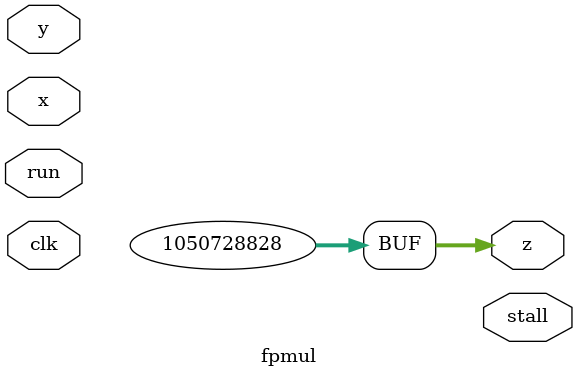
<source format=v>


`timescale 1ns / 1ps
`default_nettype none


module fpmul(clk, run, stall,
             x, y, z);
    input clk;
    input run;
    output stall;
    input [31:0] x;
    input [31:0] y;
    output [31:0] z;

  // fake return = 3.1415927410e-01
  assign z[31:0] = 32'h3EA0D97C;

endmodule

</source>
